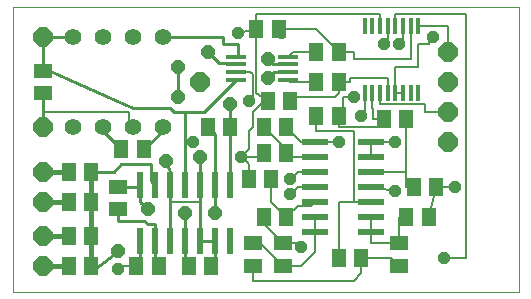
<source format=gtl>
G75*
%MOIN*%
%OFA0B0*%
%FSLAX25Y25*%
%IPPOS*%
%LPD*%
%AMOC8*
5,1,8,0,0,1.08239X$1,22.5*
%
%ADD10C,0.00000*%
%ADD11OC8,0.06400*%
%ADD12R,0.05118X0.05906*%
%ADD13R,0.05906X0.05118*%
%ADD14R,0.06890X0.01772*%
%ADD15R,0.05118X0.06299*%
%ADD16R,0.06299X0.05118*%
%ADD17R,0.01400X0.05800*%
%ADD18R,0.02200X0.08600*%
%ADD19R,0.08600X0.02200*%
%ADD20C,0.05600*%
%ADD21C,0.01000*%
%ADD22OC8,0.04362*%
%ADD23C,0.00600*%
%ADD24OC8,0.04000*%
%ADD25C,0.01600*%
D10*
X0003000Y0031837D02*
X0003000Y0126798D01*
X0171701Y0126798D01*
X0171701Y0031837D01*
X0003000Y0031837D01*
D11*
X0013000Y0040587D03*
X0013000Y0050587D03*
X0013000Y0061837D03*
X0013000Y0071837D03*
X0013000Y0086837D03*
X0013000Y0116837D03*
X0065500Y0101837D03*
X0148000Y0101837D03*
X0148000Y0091837D03*
X0148000Y0081837D03*
X0148000Y0111837D03*
D12*
X0134240Y0089337D03*
X0126760Y0089337D03*
X0111740Y0090587D03*
X0104260Y0090587D03*
X0089240Y0069337D03*
X0081760Y0069337D03*
X0075490Y0086837D03*
X0068010Y0086837D03*
X0046740Y0079337D03*
X0039260Y0079337D03*
X0061760Y0040587D03*
X0069240Y0040587D03*
D13*
X0093000Y0040597D03*
X0093000Y0048078D03*
X0131750Y0048078D03*
X0131750Y0040597D03*
X0013000Y0098097D03*
X0013000Y0105578D03*
D14*
X0077488Y0105085D03*
X0077488Y0107644D03*
X0077488Y0110204D03*
X0077488Y0102526D03*
X0094811Y0102526D03*
X0094811Y0105085D03*
X0094811Y0107644D03*
X0094811Y0110204D03*
D15*
X0104260Y0111837D03*
X0111740Y0111837D03*
X0111740Y0101837D03*
X0104260Y0101837D03*
X0095490Y0095587D03*
X0088010Y0095587D03*
X0086760Y0086837D03*
X0094240Y0086837D03*
X0094240Y0078087D03*
X0086760Y0078087D03*
X0086760Y0056837D03*
X0094240Y0056837D03*
X0111760Y0043087D03*
X0119240Y0043087D03*
X0134260Y0056837D03*
X0141740Y0056837D03*
X0144240Y0066837D03*
X0136760Y0066837D03*
X0091740Y0119337D03*
X0084260Y0119337D03*
X0029240Y0071837D03*
X0021760Y0071837D03*
X0021760Y0061837D03*
X0029240Y0061837D03*
X0029240Y0050587D03*
X0021760Y0050587D03*
X0021760Y0040587D03*
X0029240Y0040587D03*
X0044260Y0040587D03*
X0051740Y0040587D03*
D16*
X0038000Y0059347D03*
X0038000Y0066828D03*
X0083000Y0048078D03*
X0083000Y0040597D03*
D17*
X0120293Y0098237D03*
X0122852Y0098237D03*
X0125411Y0098237D03*
X0127970Y0098237D03*
X0130530Y0098237D03*
X0133089Y0098237D03*
X0135648Y0098237D03*
X0138207Y0098237D03*
X0138207Y0120437D03*
X0135648Y0120437D03*
X0133089Y0120437D03*
X0130530Y0120437D03*
X0127970Y0120437D03*
X0125411Y0120437D03*
X0122852Y0120437D03*
X0120293Y0120437D03*
D18*
X0075500Y0067387D03*
X0070500Y0067387D03*
X0065500Y0067387D03*
X0060500Y0067387D03*
X0055500Y0067387D03*
X0050500Y0067387D03*
X0045500Y0067387D03*
X0045500Y0048787D03*
X0050500Y0048787D03*
X0055500Y0048787D03*
X0060500Y0048787D03*
X0065500Y0048787D03*
X0070500Y0048787D03*
X0075500Y0048787D03*
D19*
X0103700Y0051837D03*
X0103700Y0056837D03*
X0103700Y0061837D03*
X0103700Y0066837D03*
X0103700Y0071837D03*
X0103700Y0076837D03*
X0103700Y0081837D03*
X0122300Y0081837D03*
X0122300Y0076837D03*
X0122300Y0071837D03*
X0122300Y0066837D03*
X0122300Y0061837D03*
X0122300Y0056837D03*
X0122300Y0051837D03*
D20*
X0053000Y0086837D03*
X0043000Y0086837D03*
X0033000Y0086837D03*
X0023000Y0086837D03*
X0023000Y0116837D03*
X0033000Y0116837D03*
X0043000Y0116837D03*
X0053000Y0116837D03*
D21*
X0073000Y0116837D01*
X0073000Y0114337D01*
X0078000Y0114337D01*
X0078000Y0110204D01*
X0077488Y0110204D01*
X0077488Y0108087D02*
X0071750Y0108087D01*
X0068000Y0111837D01*
X0077488Y0108087D02*
X0077488Y0107644D01*
X0077488Y0102526D02*
X0066799Y0091837D01*
X0060500Y0091837D01*
X0060500Y0081837D01*
X0060500Y0067387D01*
X0065500Y0067387D02*
X0065500Y0076837D01*
X0070500Y0084347D02*
X0068010Y0086837D01*
X0070500Y0084347D02*
X0070500Y0067387D01*
X0070500Y0058087D01*
X0065500Y0061837D02*
X0065500Y0067387D01*
X0065500Y0061837D02*
X0065500Y0048787D01*
X0070500Y0048787D01*
X0070490Y0043778D01*
X0069240Y0040587D01*
X0061760Y0040587D02*
X0060510Y0043778D01*
X0060500Y0048787D01*
X0060500Y0058087D01*
X0055500Y0048787D02*
X0055500Y0067387D01*
X0055500Y0071837D01*
X0054250Y0075587D01*
X0049250Y0074337D02*
X0039250Y0074337D01*
X0036750Y0071837D01*
X0029240Y0071837D01*
X0038000Y0066828D02*
X0044940Y0066828D01*
X0045500Y0067387D01*
X0045500Y0061837D01*
X0048000Y0059337D01*
X0046750Y0055587D02*
X0038000Y0055587D01*
X0038000Y0059347D01*
X0046750Y0055587D02*
X0048000Y0054337D01*
X0050500Y0054337D01*
X0050500Y0048787D01*
X0050500Y0040578D01*
X0051740Y0040587D01*
X0045500Y0040578D02*
X0044260Y0040587D01*
X0045500Y0040578D02*
X0045500Y0048787D01*
X0038000Y0045587D02*
X0030490Y0039337D01*
X0029240Y0040587D01*
X0050500Y0067387D02*
X0049250Y0068637D01*
X0049250Y0074337D01*
X0046740Y0079337D02*
X0053000Y0085597D01*
X0053000Y0086837D01*
X0056750Y0091837D02*
X0055500Y0093087D01*
X0043000Y0093087D01*
X0015510Y0105578D01*
X0013000Y0105578D01*
X0013000Y0116837D01*
X0023000Y0116837D01*
X0013000Y0098097D02*
X0013000Y0086837D01*
X0033000Y0086837D02*
X0033000Y0085597D01*
X0039260Y0079337D01*
X0056750Y0091837D02*
X0060500Y0091837D01*
X0058000Y0096837D02*
X0058000Y0106837D01*
X0075500Y0094337D02*
X0075500Y0086847D01*
X0075490Y0086837D01*
X0075500Y0086828D01*
X0075500Y0067387D01*
X0088000Y0103087D02*
X0089998Y0105085D01*
X0094811Y0105085D01*
X0094811Y0107644D02*
X0089693Y0107644D01*
X0088000Y0109337D01*
X0091740Y0116837D02*
X0093000Y0116837D01*
X0091740Y0116837D02*
X0091740Y0119337D01*
D22*
X0088000Y0109337D03*
X0088000Y0103087D03*
X0075500Y0094337D03*
X0058000Y0096837D03*
X0058000Y0106837D03*
X0068000Y0111837D03*
X0065500Y0076837D03*
X0054250Y0075587D03*
X0048000Y0059337D03*
X0060500Y0058087D03*
X0070500Y0058087D03*
X0038000Y0045587D03*
D23*
X0038000Y0040587D02*
X0044260Y0040587D01*
X0038000Y0040587D02*
X0038000Y0039337D01*
X0055500Y0061837D02*
X0065500Y0061837D01*
X0055500Y0061837D02*
X0055500Y0067387D01*
X0060500Y0081837D02*
X0063000Y0081837D01*
X0079250Y0076837D02*
X0081760Y0074328D01*
X0081760Y0069337D01*
X0089240Y0069337D02*
X0089240Y0061837D01*
X0094240Y0056837D01*
X0094250Y0056837D01*
X0098000Y0060587D01*
X0102450Y0060587D01*
X0103700Y0061837D01*
X0103700Y0056837D02*
X0103700Y0051837D01*
X0103700Y0045037D01*
X0099250Y0040587D01*
X0093010Y0040587D01*
X0093000Y0040597D01*
X0085520Y0048078D01*
X0083000Y0048078D01*
X0086760Y0054318D02*
X0093000Y0048078D01*
X0098010Y0048078D01*
X0099250Y0046837D01*
X0111760Y0043087D02*
X0111760Y0061837D01*
X0116750Y0061837D01*
X0116750Y0085587D01*
X0104250Y0085587D01*
X0104260Y0085587D01*
X0104260Y0090587D01*
X0111740Y0090587D02*
X0111740Y0086837D01*
X0125500Y0086837D01*
X0125500Y0089337D01*
X0126760Y0089337D01*
X0123000Y0089337D01*
X0123000Y0093087D01*
X0122852Y0093087D01*
X0122852Y0098237D01*
X0123000Y0098385D01*
X0122852Y0098237D02*
X0122852Y0095450D01*
X0125411Y0094337D02*
X0140500Y0094337D01*
X0140500Y0091837D01*
X0148000Y0091837D01*
X0134240Y0089337D02*
X0134240Y0071837D01*
X0122300Y0071837D01*
X0122300Y0066837D02*
X0130500Y0065587D01*
X0134240Y0066837D02*
X0134240Y0071837D01*
X0134240Y0066837D02*
X0136760Y0066837D01*
X0144240Y0066837D02*
X0150500Y0066837D01*
X0144240Y0066837D02*
X0141740Y0056837D01*
X0134260Y0056837D02*
X0131750Y0056837D01*
X0131750Y0048078D01*
X0122300Y0048078D01*
X0122300Y0051837D01*
X0122300Y0056837D01*
X0122300Y0061837D02*
X0116750Y0061837D01*
X0103700Y0066837D02*
X0098000Y0066837D01*
X0095500Y0064337D01*
X0095500Y0069337D02*
X0098000Y0071837D01*
X0103700Y0071837D01*
X0103700Y0076837D02*
X0095490Y0076837D01*
X0094240Y0078087D01*
X0094240Y0079357D01*
X0086760Y0086837D01*
X0083000Y0086837D02*
X0081750Y0085587D01*
X0081750Y0079337D01*
X0079250Y0076837D01*
X0085510Y0076837D01*
X0086760Y0078087D01*
X0083000Y0086837D02*
X0083000Y0091837D01*
X0086750Y0095587D01*
X0088010Y0095587D01*
X0084250Y0098097D01*
X0084250Y0115587D01*
X0084260Y0116847D01*
X0084260Y0119337D01*
X0078000Y0118087D01*
X0084260Y0119337D02*
X0084260Y0124328D01*
X0084250Y0124337D01*
X0125500Y0124337D01*
X0125500Y0120526D01*
X0125411Y0120437D01*
X0127970Y0120437D02*
X0127970Y0114337D01*
X0126750Y0114337D01*
X0131750Y0114337D02*
X0133089Y0114337D01*
X0133089Y0120437D01*
X0135648Y0120437D02*
X0135648Y0109337D01*
X0116750Y0109337D01*
X0116750Y0111837D01*
X0111740Y0111837D01*
X0104240Y0119337D01*
X0091740Y0119337D01*
X0096445Y0111837D02*
X0094811Y0110204D01*
X0096445Y0111837D02*
X0104260Y0111837D01*
X0104260Y0101837D02*
X0095500Y0101837D01*
X0094811Y0102526D01*
X0096740Y0096837D02*
X0095490Y0095587D01*
X0096740Y0096837D02*
X0110500Y0096837D01*
X0111740Y0098078D01*
X0111740Y0101837D01*
X0115500Y0101837D01*
X0115500Y0103087D01*
X0127970Y0103087D01*
X0127970Y0101837D01*
X0127970Y0098237D01*
X0125411Y0098237D02*
X0125411Y0096837D01*
X0125411Y0094337D01*
X0125500Y0094337D01*
X0125411Y0094337D02*
X0125411Y0096837D01*
X0120293Y0098237D02*
X0120293Y0090587D01*
X0119250Y0090587D01*
X0113000Y0090587D02*
X0111740Y0090587D01*
X0113000Y0090587D02*
X0113000Y0096837D01*
X0116750Y0096837D01*
X0127970Y0101837D02*
X0127970Y0103087D01*
X0130530Y0106837D02*
X0130530Y0098237D01*
X0133089Y0098237D01*
X0130530Y0106837D02*
X0138000Y0106837D01*
X0138000Y0114337D01*
X0141750Y0114337D01*
X0141750Y0116837D01*
X0143000Y0116837D01*
X0138207Y0120437D02*
X0148000Y0120437D01*
X0148000Y0111837D01*
X0154250Y0124337D02*
X0154250Y0043087D01*
X0146750Y0043087D01*
X0131750Y0040597D02*
X0129260Y0043087D01*
X0119240Y0043087D01*
X0119250Y0043078D01*
X0119250Y0038087D01*
X0116750Y0035587D01*
X0083000Y0035587D01*
X0083000Y0040597D01*
X0086760Y0054318D02*
X0086760Y0056837D01*
X0099240Y0081837D02*
X0094240Y0086837D01*
X0099240Y0081837D02*
X0103700Y0081837D01*
X0111750Y0081837D01*
X0122300Y0081837D02*
X0122300Y0076837D01*
X0122300Y0081837D02*
X0130500Y0081837D01*
X0130530Y0120437D02*
X0130530Y0124337D01*
X0154250Y0124337D01*
X0130530Y0124337D02*
X0130500Y0124337D01*
X0083000Y0104337D02*
X0083000Y0096837D01*
X0081750Y0095587D01*
X0083000Y0104337D02*
X0082252Y0105085D01*
X0077488Y0105085D01*
X0043000Y0086837D02*
X0041760Y0086837D01*
X0041760Y0091837D01*
X0013000Y0091837D01*
X0013000Y0098097D01*
D24*
X0063000Y0081837D03*
X0079250Y0076837D03*
X0095500Y0069337D03*
X0095500Y0064337D03*
X0099250Y0046837D03*
X0130500Y0065587D03*
X0130500Y0081837D03*
X0119250Y0090587D03*
X0116750Y0096837D03*
X0111750Y0081837D03*
X0081750Y0095587D03*
X0078000Y0118087D03*
X0126750Y0114337D03*
X0131750Y0114337D03*
X0143000Y0116837D03*
X0150500Y0066837D03*
X0146750Y0043087D03*
X0038000Y0039337D03*
D25*
X0029240Y0040587D02*
X0029240Y0050587D01*
X0029240Y0061837D01*
X0029240Y0071837D01*
X0021760Y0071837D02*
X0013000Y0071837D01*
X0013000Y0061837D02*
X0021760Y0061837D01*
X0021760Y0050587D02*
X0013000Y0050587D01*
X0013000Y0040587D02*
X0021760Y0040587D01*
M02*

</source>
